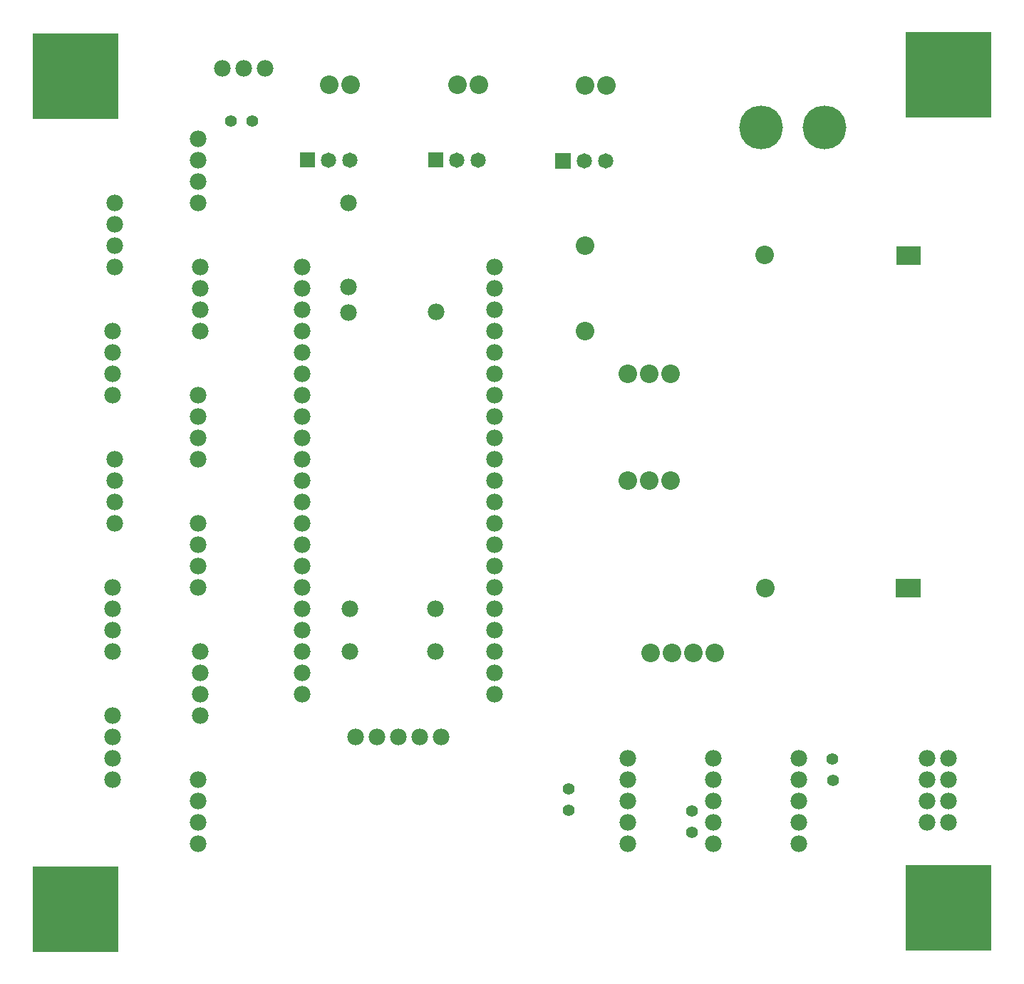
<source format=gts>
G04 Layer: TopSolderMaskLayer*
G04 EasyEDA v6.3.53, 2020-06-08T12:07:48--7:00*
G04 bd5e1def8c3a44afa438a5c08afba8b4,269c31b763b64a8fadfd0c58d2184f68,10*
G04 Gerber Generator version 0.2*
G04 Scale: 100 percent, Rotated: No, Reflected: No *
G04 Dimensions in millimeters *
G04 leading zeros omitted , absolute positions ,3 integer and 3 decimal *
%FSLAX33Y33*%
%MOMM*%
G90*
G71D02*

%ADD29C,1.981200*%
%ADD30C,5.203190*%
%ADD31C,2.203196*%
%ADD32C,1.402080*%
%ADD35C,1.816100*%

%LPD*%
G54D29*
G01X9779Y89142D03*
G01X9779Y86602D03*
G01X9779Y84062D03*
G01X9779Y81522D03*
G01X9525Y66282D03*
G01X9525Y68822D03*
G01X9525Y71362D03*
G01X9525Y73902D03*
G01X9525Y43422D03*
G01X9525Y40882D03*
G01X9525Y38342D03*
G01X9525Y35802D03*
G01X9779Y51042D03*
G01X9779Y53582D03*
G01X9779Y56122D03*
G01X9779Y58662D03*
G01X19939Y81522D03*
G01X19939Y78982D03*
G01X19939Y76442D03*
G01X19939Y73902D03*
G01X19685Y58662D03*
G01X19685Y61202D03*
G01X19685Y63742D03*
G01X19685Y66282D03*
G01X19685Y96762D03*
G01X19685Y94222D03*
G01X19685Y91682D03*
G01X19685Y89142D03*
G01X9525Y20562D03*
G01X9525Y23102D03*
G01X9525Y25642D03*
G01X9525Y28182D03*
G01X19685Y43422D03*
G01X19685Y45962D03*
G01X19685Y48502D03*
G01X19685Y51042D03*
G01X19685Y20562D03*
G01X19685Y18022D03*
G01X19685Y15482D03*
G01X19685Y12942D03*
G01X19939Y28182D03*
G01X19939Y30722D03*
G01X19939Y33262D03*
G01X19939Y35802D03*
G54D30*
G01X86539Y98082D03*
G01X94039Y98082D03*
G01X5078Y104142D03*
G01X5078Y5082D03*
G01X108839Y104382D03*
G54D29*
G01X70739Y20562D03*
G01X70739Y18022D03*
G01X70739Y15482D03*
G01X70739Y12942D03*
G01X70739Y23102D03*
G01X91059Y23102D03*
G01X91059Y12942D03*
G01X91059Y15482D03*
G01X91059Y18022D03*
G01X91059Y20562D03*
G01X80899Y23102D03*
G01X80899Y12942D03*
G01X80899Y15482D03*
G01X80899Y18022D03*
G01X80899Y20562D03*
G54D30*
G01X108839Y5322D03*
G54D29*
G01X37719Y35802D03*
G01X47879Y35802D03*
G54D31*
G01X53009Y103145D03*
G01X50469Y103145D03*
G54D29*
G01X37538Y76082D03*
G01X47955Y76184D03*
G54D31*
G01X75819Y56122D03*
G01X70739Y56122D03*
G01X75819Y68822D03*
G01X70739Y68822D03*
G54D29*
G01X37719Y40882D03*
G01X47879Y40882D03*
G54D31*
G01X35196Y103179D03*
G01X37736Y103179D03*
G54D29*
G01X37538Y89082D03*
G01X37538Y79082D03*
G54D31*
G01X81038Y35582D03*
G01X78498Y35582D03*
G01X75958Y35582D03*
G01X73418Y35582D03*
G01X65612Y103112D03*
G01X68152Y103112D03*
G01X65659Y84062D03*
G01X65659Y73902D03*
G54D32*
G01X78312Y16799D03*
G01X78312Y14259D03*
G01X95057Y20420D03*
G01X95010Y23008D03*
G01X23502Y98861D03*
G01X26042Y98861D03*
G54D29*
G01X27618Y105082D03*
G01X25078Y105082D03*
G01X22538Y105082D03*
G01X106299Y23102D03*
G01X106299Y20562D03*
G01X106299Y18022D03*
G01X106299Y15482D03*
G01X108839Y23102D03*
G01X108839Y20562D03*
G01X108839Y18022D03*
G01X108839Y15482D03*
G54D31*
G01X73279Y68822D03*
G01X73279Y56122D03*
G54D32*
G01X63633Y19457D03*
G01X63633Y16917D03*
G54D31*
G01X86998Y82896D03*
G36*
G01X102628Y81763D02*
G01X102628Y83968D01*
G01X105531Y83968D01*
G01X105531Y81763D01*
G01X102628Y81763D01*
G37*
G36*
G01X102567Y42167D02*
G01X102567Y44369D01*
G01X105470Y44369D01*
G01X105470Y42167D01*
G01X102567Y42167D01*
G37*
G01X87003Y43267D03*
G36*
G01X46972Y93312D02*
G01X46972Y95128D01*
G01X48788Y95128D01*
G01X48788Y93312D01*
G01X46972Y93312D01*
G37*
G54D35*
G01X50419Y94222D03*
G01X52959Y94222D03*
G36*
G01X31732Y93312D02*
G01X31732Y95128D01*
G01X33548Y95128D01*
G01X33548Y93312D01*
G01X31732Y93312D01*
G37*
G01X35179Y94222D03*
G01X37719Y94222D03*
G36*
G01X62090Y93173D02*
G01X62090Y94989D01*
G01X63906Y94989D01*
G01X63906Y93173D01*
G01X62090Y93173D01*
G37*
G01X65539Y94082D03*
G01X68079Y94082D03*
G54D29*
G01X31968Y78922D03*
G01X31968Y56062D03*
G01X31968Y76382D03*
G01X31968Y73842D03*
G01X31968Y71302D03*
G01X31968Y68762D03*
G01X31968Y66222D03*
G01X31968Y63682D03*
G01X31968Y61142D03*
G01X31968Y58602D03*
G01X31968Y81462D03*
G01X31968Y53522D03*
G01X31968Y50982D03*
G01X31968Y48442D03*
G01X31968Y45902D03*
G01X31968Y43362D03*
G01X31968Y40822D03*
G01X31968Y38282D03*
G01X31968Y35742D03*
G01X31968Y33202D03*
G01X31968Y30662D03*
G01X54829Y78922D03*
G01X54829Y56062D03*
G01X54829Y76382D03*
G01X54829Y73842D03*
G01X54829Y71302D03*
G01X54829Y68762D03*
G01X54829Y66222D03*
G01X54829Y63682D03*
G01X54829Y61142D03*
G01X54829Y58602D03*
G01X54828Y81462D03*
G01X54829Y53522D03*
G01X54829Y50982D03*
G01X54829Y48442D03*
G01X54829Y45902D03*
G01X54829Y43362D03*
G01X54829Y40822D03*
G01X54829Y38282D03*
G01X54829Y35742D03*
G01X54829Y33202D03*
G01X54829Y30662D03*
G01X48478Y25582D03*
G01X45938Y25582D03*
G01X43398Y25582D03*
G01X40858Y25582D03*
G01X38318Y25582D03*

%LPD*%
G36*
G01X113919Y109462D02*
G01X103759Y109462D01*
G01X103759Y99302D01*
G01X113919Y99302D01*
G01X113919Y109462D01*
G37*

%LPD*%
G36*
G01X113919Y10402D02*
G01X103759Y10402D01*
G01X103759Y242D01*
G01X113919Y242D01*
G01X113919Y10402D01*
G37*

%LPD*%
G36*
G01X10159Y10162D02*
G01X-0Y10162D01*
G01X-0Y2D01*
G01X10159Y2D01*
G01X10159Y10162D01*
G37*

%LPD*%
G36*
G01X10159Y109222D02*
G01X-0Y109222D01*
G01X-0Y99062D01*
G01X10159Y99062D01*
G01X10159Y109222D01*
G37*

%LPD*%
G36*
G01X10159Y109222D02*
G01X-0Y109222D01*
G01X-0Y99062D01*
G01X10159Y99062D01*
G01X10159Y109222D01*
G37*

%LPD*%
G36*
G01X113919Y10402D02*
G01X103759Y10402D01*
G01X103759Y242D01*
G01X113919Y242D01*
G01X113919Y10402D01*
G37*
M00*
M02*

</source>
